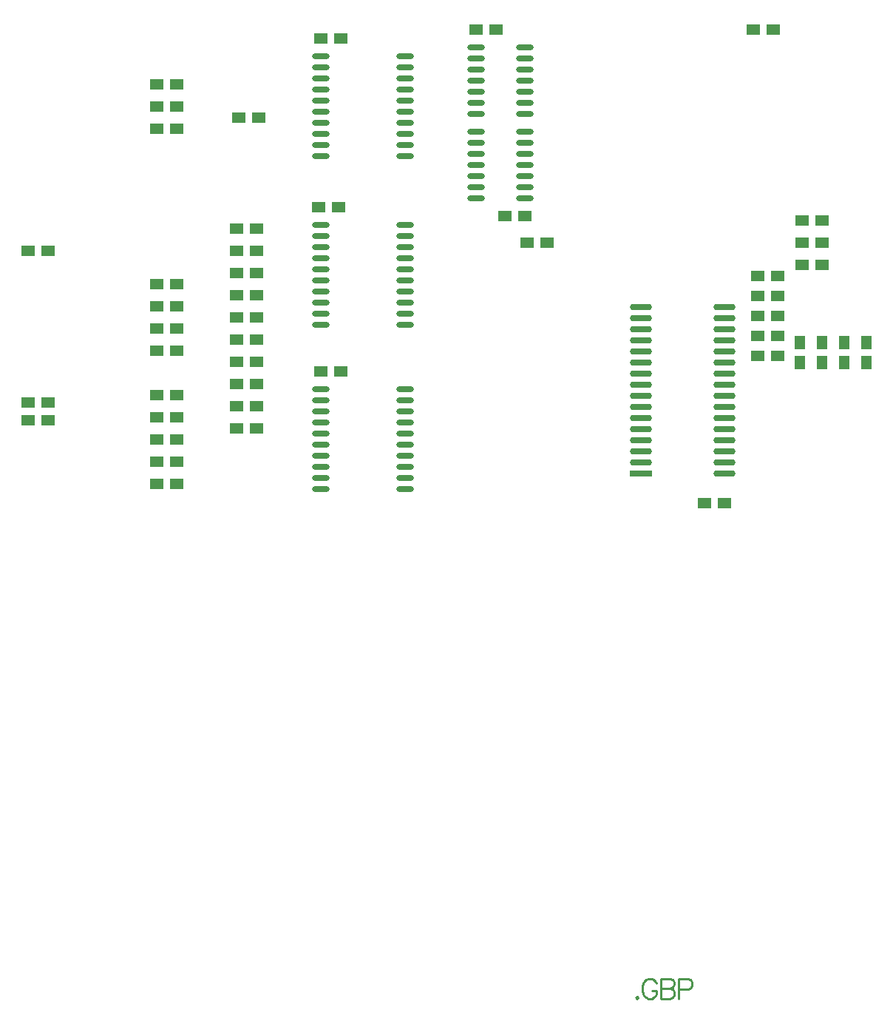
<source format=gbp>
%FSLAX44Y44*%
%MOMM*%
G71*
G01*
G75*
%ADD10C,0.2000*%
%ADD11O,0.6000X2.2000*%
%ADD12O,0.6000X2.2000*%
%ADD13R,1.5240X1.5240*%
%ADD14R,1.5240X1.2700*%
%ADD15R,1.2700X1.5240*%
%ADD16O,2.0320X0.6096*%
%ADD17R,0.4064X1.9050*%
%ADD18R,1.9050X0.4064*%
%ADD19C,1.0000*%
%ADD20R,0.9144X0.9144*%
%ADD21R,1.2700X0.9144*%
%ADD22R,1.5000X0.4000*%
%ADD23R,0.9144X1.2700*%
%ADD24C,0.2540*%
%ADD25C,0.3000*%
%ADD26C,1.0000*%
%ADD27C,0.5000*%
%ADD28C,0.8000*%
%ADD29C,0.6000*%
%ADD30C,0.2286*%
%ADD31C,1.6000*%
%ADD32R,1.6000X1.6000*%
%ADD33C,1.5000*%
%ADD34R,1.5000X1.5000*%
%ADD35C,1.4500*%
%ADD36R,1.4500X1.4500*%
%ADD37C,1.6510*%
%ADD38C,3.6000*%
%ADD39C,0.8000*%
%ADD40O,2.5400X0.7500*%
%ADD41R,2.5400X0.7500*%
%ADD42C,0.4000*%
%ADD43C,0.7000*%
%ADD44C,0.2500*%
%ADD45C,0.3048*%
%ADD46C,0.1500*%
D14*
X2175191Y2242667D02*
D03*
X2198051D02*
D03*
X3034156Y2213737D02*
D03*
X3011295D02*
D03*
Y2145157D02*
D03*
X3034156D02*
D03*
Y2168017D02*
D03*
X3011295D02*
D03*
X3034156Y2190877D02*
D03*
X3011295D02*
D03*
X3011296Y2122297D02*
D03*
X3034156D02*
D03*
X2510916Y2485517D02*
D03*
X2533776D02*
D03*
X2530744Y2292477D02*
D03*
X2507884D02*
D03*
X2510916Y2104517D02*
D03*
X2533776D02*
D03*
X2688716Y2495677D02*
D03*
X2711576D02*
D03*
X2744596Y2282317D02*
D03*
X2721736D02*
D03*
X2769996Y2251837D02*
D03*
X2747136D02*
D03*
X3029076Y2495677D02*
D03*
X3006216D02*
D03*
X3062096Y2277237D02*
D03*
X3084956D02*
D03*
Y2251837D02*
D03*
X3062096D02*
D03*
X3084956Y2226437D02*
D03*
X3062096D02*
D03*
X2198496Y2048637D02*
D03*
X2175636D02*
D03*
X2198496Y2068957D02*
D03*
X2175636D02*
D03*
X2345816Y2433193D02*
D03*
X2322956D02*
D03*
X2345816Y2407793D02*
D03*
X2322956D02*
D03*
X2345816Y2382393D02*
D03*
X2322956D02*
D03*
X2437256Y2268093D02*
D03*
X2414396D02*
D03*
X2437256Y2242693D02*
D03*
X2414396D02*
D03*
X2437256Y2217293D02*
D03*
X2414396D02*
D03*
X2437256Y2191893D02*
D03*
X2414396D02*
D03*
X2437256Y2166493D02*
D03*
X2414396D02*
D03*
X2437256Y2141093D02*
D03*
X2414396D02*
D03*
X2437256Y2115693D02*
D03*
X2414396D02*
D03*
X2345816Y2077593D02*
D03*
X2322956D02*
D03*
X2345816Y2052193D02*
D03*
X2322956D02*
D03*
X2345816Y2026793D02*
D03*
X2322956D02*
D03*
X2345816Y2204593D02*
D03*
X2322956D02*
D03*
X2345816Y2179193D02*
D03*
X2322956D02*
D03*
X2345816Y2153793D02*
D03*
X2322956D02*
D03*
X2345816Y2128393D02*
D03*
X2322956D02*
D03*
X2437256Y2090293D02*
D03*
X2414396D02*
D03*
X2437256Y2064893D02*
D03*
X2414396D02*
D03*
X2437256Y2039493D02*
D03*
X2414396D02*
D03*
X2345816Y1975993D02*
D03*
X2322956D02*
D03*
X2439796Y2395067D02*
D03*
X2416936D02*
D03*
X2345816Y2001393D02*
D03*
X2322956D02*
D03*
X2950336Y1954317D02*
D03*
X2973196D02*
D03*
D15*
X3135756Y2137537D02*
D03*
Y2114677D02*
D03*
X3059556Y2137537D02*
D03*
Y2114677D02*
D03*
X3084956D02*
D03*
Y2137537D02*
D03*
X3110356Y2114677D02*
D03*
Y2137537D02*
D03*
D16*
X2607436Y2007997D02*
D03*
Y2058797D02*
D03*
Y1982597D02*
D03*
Y2033397D02*
D03*
X2510916Y2007997D02*
D03*
Y2058797D02*
D03*
Y1982597D02*
D03*
Y2033397D02*
D03*
X2607436Y2071497D02*
D03*
Y2046097D02*
D03*
Y2020697D02*
D03*
Y1995297D02*
D03*
X2510916Y1969897D02*
D03*
Y1995297D02*
D03*
Y2020697D02*
D03*
Y2046097D02*
D03*
X2607436Y2084197D02*
D03*
Y1969897D02*
D03*
X2510916Y2071497D02*
D03*
Y2084197D02*
D03*
X2688716Y2366137D02*
D03*
X2744596Y2378837D02*
D03*
Y2340737D02*
D03*
Y2328037D02*
D03*
Y2366137D02*
D03*
X2688716Y2353437D02*
D03*
X2744596D02*
D03*
X2688716Y2340737D02*
D03*
X2744596Y2315337D02*
D03*
X2688716D02*
D03*
Y2328037D02*
D03*
Y2302637D02*
D03*
X2510916Y2272157D02*
D03*
Y2259457D02*
D03*
Y2246757D02*
D03*
Y2221357D02*
D03*
Y2195957D02*
D03*
Y2170557D02*
D03*
X2607436Y2157857D02*
D03*
Y2183257D02*
D03*
Y2208657D02*
D03*
Y2234057D02*
D03*
Y2259457D02*
D03*
Y2272157D02*
D03*
X2688716Y2378837D02*
D03*
X2744596Y2302637D02*
D03*
Y2462657D02*
D03*
Y2449957D02*
D03*
Y2399157D02*
D03*
X2688716D02*
D03*
Y2411857D02*
D03*
Y2424557D02*
D03*
Y2437257D02*
D03*
Y2449957D02*
D03*
Y2462657D02*
D03*
Y2475357D02*
D03*
X2510916Y2208657D02*
D03*
X2607436Y2221357D02*
D03*
X2510916Y2183257D02*
D03*
Y2157857D02*
D03*
Y2234057D02*
D03*
X2607436Y2246757D02*
D03*
Y2195957D02*
D03*
Y2170557D02*
D03*
X2744596Y2475357D02*
D03*
Y2437257D02*
D03*
Y2411857D02*
D03*
Y2424557D02*
D03*
X2510916Y2452497D02*
D03*
X2607436Y2465197D02*
D03*
Y2427097D02*
D03*
X2510916Y2414397D02*
D03*
Y2439797D02*
D03*
X2607436Y2452497D02*
D03*
Y2439797D02*
D03*
Y2414397D02*
D03*
Y2401697D02*
D03*
Y2388997D02*
D03*
Y2376297D02*
D03*
Y2363597D02*
D03*
Y2350897D02*
D03*
X2510916D02*
D03*
Y2363597D02*
D03*
Y2376297D02*
D03*
Y2388997D02*
D03*
Y2401697D02*
D03*
Y2427097D02*
D03*
Y2465197D02*
D03*
D30*
X2872684Y1389144D02*
X2871596Y1388055D01*
X2872684Y1386967D01*
X2873772Y1388055D01*
X2872684Y1389144D01*
X2895104Y1404380D02*
X2894016Y1406557D01*
X2891839Y1408734D01*
X2889662Y1409822D01*
X2885309D01*
X2883132Y1408734D01*
X2880956Y1406557D01*
X2879867Y1404380D01*
X2878779Y1401115D01*
Y1395674D01*
X2879867Y1392409D01*
X2880956Y1390232D01*
X2883132Y1388055D01*
X2885309Y1386967D01*
X2889662D01*
X2891839Y1388055D01*
X2894016Y1390232D01*
X2895104Y1392409D01*
Y1395674D01*
X2889662D02*
X2895104D01*
X2900328Y1409822D02*
Y1386967D01*
Y1409822D02*
X2910123D01*
X2913388Y1408734D01*
X2914476Y1407645D01*
X2915565Y1405469D01*
Y1403292D01*
X2914476Y1401115D01*
X2913388Y1400027D01*
X2910123Y1398939D01*
X2900328D02*
X2910123D01*
X2913388Y1397850D01*
X2914476Y1396762D01*
X2915565Y1394585D01*
Y1391320D01*
X2914476Y1389144D01*
X2913388Y1388055D01*
X2910123Y1386967D01*
X2900328D01*
X2920680Y1397850D02*
X2930475D01*
X2933740Y1398939D01*
X2934828Y1400027D01*
X2935916Y1402204D01*
Y1405469D01*
X2934828Y1407645D01*
X2933740Y1408734D01*
X2930475Y1409822D01*
X2920680D01*
Y1386967D01*
D40*
X2877196Y2178177D02*
D03*
Y2000377D02*
D03*
Y2038477D02*
D03*
Y2051177D02*
D03*
Y2063877D02*
D03*
Y2076577D02*
D03*
Y2089277D02*
D03*
Y2101977D02*
D03*
Y2114677D02*
D03*
Y2127377D02*
D03*
X2973196Y1987677D02*
D03*
Y2013077D02*
D03*
Y2025777D02*
D03*
Y2089277D02*
D03*
Y2114677D02*
D03*
X2877196Y2152777D02*
D03*
Y2165477D02*
D03*
X2973196Y2178177D02*
D03*
Y2165477D02*
D03*
Y2152777D02*
D03*
Y2140077D02*
D03*
Y2127377D02*
D03*
X2877196Y2140077D02*
D03*
X2973196Y2101977D02*
D03*
Y2076577D02*
D03*
Y2063877D02*
D03*
Y2051177D02*
D03*
Y2038477D02*
D03*
Y2000377D02*
D03*
X2877196Y2013077D02*
D03*
Y2025777D02*
D03*
D41*
Y1987677D02*
D03*
M02*

</source>
